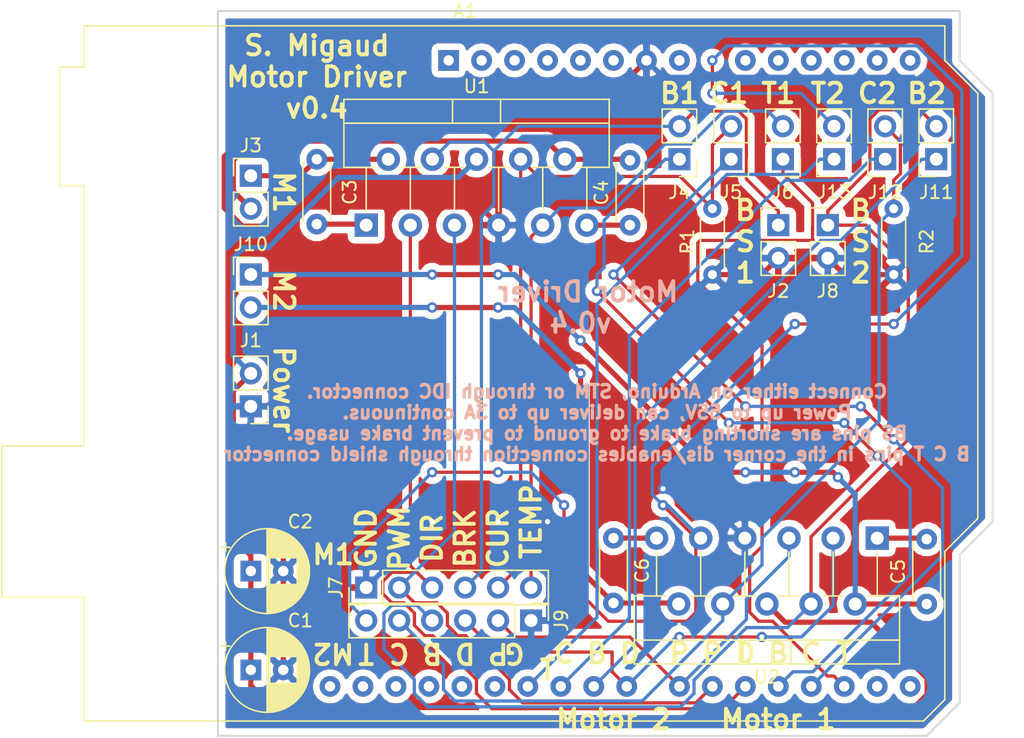
<source format=kicad_pcb>
(kicad_pcb (version 20171130) (host pcbnew "(5.0.0)")
  (layers (0 F.Cu signal) (31 B.Cu signal) (34 B.Paste user) (35 F.Paste user) (36 B.SilkS user) (37 F.SilkS user) (38 B.Mask user) (39 F.Mask user) (44 Edge.Cuts user))
  (net 0 "")
  (net 1 "Net-(A1-Pad32)")
  (net 2 "Net-(A1-Pad31)")
  (net 3 "Net-(A1-Pad1)")
  (net 4 TEMP1)
  (net 5 "Net-(A1-Pad2)")
  (net 6 CUR1)
  (net 7 "Net-(A1-Pad3)")
  (net 8 BRK1)
  (net 9 "Net-(A1-Pad4)")
  (net 10 DIR1)
  (net 11 "Net-(A1-Pad5)")
  (net 12 PWM1)
  (net 13 "Net-(A1-Pad6)")
  (net 14 PWM2)
  (net 15 GND)
  (net 16 DIR2)
  (net 17 "Net-(A1-Pad8)")
  (net 18 BRK2)
  (net 19 "Net-(A1-Pad9)")
  (net 20 CUR2)
  (net 21 "Net-(A1-Pad10)")
  (net 22 TEMP2)
  (net 23 "Net-(A1-Pad11)")
  (net 24 "Net-(A1-Pad27)")
  (net 25 "Net-(A1-Pad12)")
  (net 26 "Net-(A1-Pad28)")
  (net 27 "Net-(A1-Pad13)")
  (net 28 "Net-(A1-Pad29)")
  (net 29 "Net-(A1-Pad14)")
  (net 30 "Net-(A1-Pad30)")
  (net 31 "Net-(A1-Pad15)")
  (net 32 "Net-(A1-Pad16)")
  (net 33 VS)
  (net 34 "Net-(C3-Pad2)")
  (net 35 "Net-(C3-Pad1)")
  (net 36 "Net-(C4-Pad1)")
  (net 37 "Net-(C4-Pad2)")
  (net 38 "Net-(C5-Pad1)")
  (net 39 "Net-(C5-Pad2)")
  (net 40 "Net-(C6-Pad2)")
  (net 41 "Net-(C6-Pad1)")
  (net 42 "Net-(J2-Pad1)")
  (net 43 "Net-(J5-Pad2)")
  (net 44 "Net-(J6-Pad2)")
  (net 45 "Net-(J11-Pad2)")
  (net 46 "Net-(J12-Pad2)")
  (net 47 "Net-(J13-Pad2)")
  (module Capacitor_THT:C_Disc_D4.3mm_W1.9mm_P5.00mm (layer F.Cu) (at 121.92 96.52 90)
    (fp_text reference C5 (at 2.5 -2.2 90) (layer F.SilkS))
    (fp_text value 10nF)
    (pad 1 thru_hole circle (at 0 0 90) (size 1.6 1.6) (drill 0.8) (layers *.Cu *.Mask) (net 38 "Net-(C5-Pad1)"))
    (pad 2 thru_hole circle (at 5 0 90) (size 1.6 1.6) (drill 0.8) (layers *.Cu *.Mask) (net 39 "Net-(C5-Pad2)"))
  )
  (module Module:Arduino_UNO_R3 (layer F.Cu) (at 85.09 54.61)
    (fp_text reference A1 (at 1.27 -3.81 180) (layer F.SilkS))
    (fp_text value Arduino_UNO_R3)
    (pad 32 thru_hole oval (at -9.14 48.26 90) (size 1.6 1.6) (drill 0.8) (layers *.Cu *.Mask) (net 1 "Net-(A1-Pad32)"))
    (pad 31 thru_hole oval (at -6.6 48.26 90) (size 1.6 1.6) (drill 0.8) (layers *.Cu *.Mask) (net 2 "Net-(A1-Pad31)"))
    (pad 1 thru_hole rect (at 0 0 90) (size 1.6 1.6) (drill 0.8) (layers *.Cu *.Mask) (net 3 "Net-(A1-Pad1)"))
    (pad 17 thru_hole oval (at 30.48 48.26 90) (size 1.6 1.6) (drill 0.8) (layers *.Cu *.Mask) (net 4 TEMP1))
    (pad 2 thru_hole oval (at 2.54 0 90) (size 1.6 1.6) (drill 0.8) (layers *.Cu *.Mask) (net 5 "Net-(A1-Pad2)"))
    (pad 18 thru_hole oval (at 27.94 48.26 90) (size 1.6 1.6) (drill 0.8) (layers *.Cu *.Mask) (net 6 CUR1))
    (pad 3 thru_hole oval (at 5.08 0 90) (size 1.6 1.6) (drill 0.8) (layers *.Cu *.Mask) (net 7 "Net-(A1-Pad3)"))
    (pad 19 thru_hole oval (at 25.4 48.26 90) (size 1.6 1.6) (drill 0.8) (layers *.Cu *.Mask) (net 8 BRK1))
    (pad 4 thru_hole oval (at 7.62 0 90) (size 1.6 1.6) (drill 0.8) (layers *.Cu *.Mask) (net 9 "Net-(A1-Pad4)"))
    (pad 20 thru_hole oval (at 22.86 48.26 90) (size 1.6 1.6) (drill 0.8) (layers *.Cu *.Mask) (net 10 DIR1))
    (pad 5 thru_hole oval (at 10.16 0 90) (size 1.6 1.6) (drill 0.8) (layers *.Cu *.Mask) (net 11 "Net-(A1-Pad5)"))
    (pad 21 thru_hole oval (at 20.32 48.26 90) (size 1.6 1.6) (drill 0.8) (layers *.Cu *.Mask) (net 12 PWM1))
    (pad 6 thru_hole oval (at 12.7 0 90) (size 1.6 1.6) (drill 0.8) (layers *.Cu *.Mask) (net 13 "Net-(A1-Pad6)"))
    (pad 22 thru_hole oval (at 17.78 48.26 90) (size 1.6 1.6) (drill 0.8) (layers *.Cu *.Mask) (net 14 PWM2))
    (pad 7 thru_hole oval (at 15.24 0 90) (size 1.6 1.6) (drill 0.8) (layers *.Cu *.Mask) (net 15 GND))
    (pad 23 thru_hole oval (at 13.72 48.26 90) (size 1.6 1.6) (drill 0.8) (layers *.Cu *.Mask) (net 16 DIR2))
    (pad 8 thru_hole oval (at 17.78 0 90) (size 1.6 1.6) (drill 0.8) (layers *.Cu *.Mask) (net 17 "Net-(A1-Pad8)"))
    (pad 24 thru_hole oval (at 11.18 48.26 90) (size 1.6 1.6) (drill 0.8) (layers *.Cu *.Mask) (net 18 BRK2))
    (pad 9 thru_hole oval (at 22.86 0 90) (size 1.6 1.6) (drill 0.8) (layers *.Cu *.Mask) (net 19 "Net-(A1-Pad9)"))
    (pad 25 thru_hole oval (at 8.64 48.26 90) (size 1.6 1.6) (drill 0.8) (layers *.Cu *.Mask) (net 20 CUR2))
    (pad 10 thru_hole oval (at 25.4 0 90) (size 1.6 1.6) (drill 0.8) (layers *.Cu *.Mask) (net 21 "Net-(A1-Pad10)"))
    (pad 26 thru_hole oval (at 6.1 48.26 90) (size 1.6 1.6) (drill 0.8) (layers *.Cu *.Mask) (net 22 TEMP2))
    (pad 11 thru_hole oval (at 27.94 0 90) (size 1.6 1.6) (drill 0.8) (layers *.Cu *.Mask) (net 23 "Net-(A1-Pad11)"))
    (pad 27 thru_hole oval (at 3.56 48.26 90) (size 1.6 1.6) (drill 0.8) (layers *.Cu *.Mask) (net 24 "Net-(A1-Pad27)"))
    (pad 12 thru_hole oval (at 30.48 0 90) (size 1.6 1.6) (drill 0.8) (layers *.Cu *.Mask) (net 25 "Net-(A1-Pad12)"))
    (pad 28 thru_hole oval (at 1.02 48.26 90) (size 1.6 1.6) (drill 0.8) (layers *.Cu *.Mask) (net 26 "Net-(A1-Pad28)"))
    (pad 13 thru_hole oval (at 33.02 0 90) (size 1.6 1.6) (drill 0.8) (layers *.Cu *.Mask) (net 27 "Net-(A1-Pad13)"))
    (pad 29 thru_hole oval (at -1.52 48.26 90) (size 1.6 1.6) (drill 0.8) (layers *.Cu *.Mask) (net 28 "Net-(A1-Pad29)"))
    (pad 14 thru_hole oval (at 35.56 0 90) (size 1.6 1.6) (drill 0.8) (layers *.Cu *.Mask) (net 29 "Net-(A1-Pad14)"))
    (pad 30 thru_hole oval (at -4.06 48.26 90) (size 1.6 1.6) (drill 0.8) (layers *.Cu *.Mask) (net 30 "Net-(A1-Pad30)"))
    (pad 15 thru_hole oval (at 35.56 48.26 90) (size 1.6 1.6) (drill 0.8) (layers *.Cu *.Mask) (net 31 "Net-(A1-Pad15)"))
    (pad 16 thru_hole oval (at 33.02 48.26 90) (size 1.6 1.6) (drill 0.8) (layers *.Cu *.Mask) (net 32 "Net-(A1-Pad16)"))
  )
  (module Capacitor_THT:CP_Radial_D6.3mm_P2.50mm (layer F.Cu) (at 69.85 101.6)
    (fp_text reference C1 (at 3.81 -3.81) (layer F.SilkS))
    (fp_text value 1uF)
    (pad 2 thru_hole circle (at 2.5 0) (size 1.6 1.6) (drill 0.8) (layers *.Cu *.Mask) (net 15 GND))
    (pad 1 thru_hole rect (at 0 0) (size 1.6 1.6) (drill 0.8) (layers *.Cu *.Mask) (net 33 VS))
  )
  (module Capacitor_THT:CP_Radial_D6.3mm_P2.50mm (layer F.Cu) (at 69.85 93.98)
    (fp_text reference C2 (at 3.81 -3.81) (layer F.SilkS))
    (fp_text value 1200uF)
    (pad 1 thru_hole rect (at 0 0) (size 1.6 1.6) (drill 0.8) (layers *.Cu *.Mask) (net 33 VS))
    (pad 2 thru_hole circle (at 2.5 0) (size 1.6 1.6) (drill 0.8) (layers *.Cu *.Mask) (net 15 GND))
  )
  (module Resistor_THT:R_Axial_DIN0204_L3.6mm_D1.6mm_P5.08mm_Horizontal (layer F.Cu) (at 105.41 71.12 90)
    (fp_text reference R1 (at 2.54 -1.92 90) (layer F.SilkS))
    (fp_text value 2.7k)
    (pad 2 thru_hole oval (at 5.08 0 90) (size 1.4 1.4) (drill 0.7) (layers *.Cu *.Mask) (net 43 "Net-(J5-Pad2)"))
    (pad 1 thru_hole circle (at 0 0 90) (size 1.4 1.4) (drill 0.7) (layers *.Cu *.Mask) (net 15 GND))
  )
  (module Resistor_THT:R_Axial_DIN0204_L3.6mm_D1.6mm_P5.08mm_Horizontal (layer F.Cu) (at 119.38 71.12 90)
    (fp_text reference R2 (at 2.54 2.54 90) (layer F.SilkS))
    (fp_text value 2.7k)
    (pad 1 thru_hole circle (at 0 0 90) (size 1.4 1.4) (drill 0.7) (layers *.Cu *.Mask) (net 15 GND))
    (pad 2 thru_hole oval (at 5.08 0 90) (size 1.4 1.4) (drill 0.7) (layers *.Cu *.Mask) (net 46 "Net-(J12-Pad2)"))
  )
  (module Package_TO_SOT_THT:TO-220-11_P3.4x5.08mm_StaggerOdd_Lead4.85mm_Vertical (layer F.Cu) (at 78.74 67.31)
    (fp_text reference U1 (at 8.5 -10.7) (layer F.SilkS))
    (fp_text value LMD18200)
    (pad 1 thru_hole rect (at 0 0) (size 1.8 1.8) (drill 1) (layers *.Cu *.Mask) (net 34 "Net-(C3-Pad2)"))
    (pad 2 thru_hole oval (at 1.7 -5.08) (size 1.8 1.8) (drill 1) (layers *.Cu *.Mask) (net 35 "Net-(C3-Pad1)"))
    (pad 3 thru_hole oval (at 3.4 0) (size 1.8 1.8) (drill 1) (layers *.Cu *.Mask) (net 10 DIR1))
    (pad 4 thru_hole oval (at 5.1 -5.08) (size 1.8 1.8) (drill 1) (layers *.Cu *.Mask) (net 42 "Net-(J2-Pad1)"))
    (pad 5 thru_hole oval (at 6.8 0) (size 1.8 1.8) (drill 1) (layers *.Cu *.Mask) (net 12 PWM1))
    (pad 6 thru_hole oval (at 8.5 -5.08) (size 1.8 1.8) (drill 1) (layers *.Cu *.Mask) (net 33 VS))
    (pad 7 thru_hole oval (at 10.2 0) (size 1.8 1.8) (drill 1) (layers *.Cu *.Mask) (net 15 GND))
    (pad 8 thru_hole oval (at 11.9 -5.08) (size 1.8 1.8) (drill 1) (layers *.Cu *.Mask) (net 43 "Net-(J5-Pad2)"))
    (pad 9 thru_hole oval (at 13.6 0) (size 1.8 1.8) (drill 1) (layers *.Cu *.Mask) (net 44 "Net-(J6-Pad2)"))
    (pad 10 thru_hole oval (at 15.3 -5.08) (size 1.8 1.8) (drill 1) (layers *.Cu *.Mask) (net 37 "Net-(C4-Pad2)"))
    (pad 11 thru_hole oval (at 17 0) (size 1.8 1.8) (drill 1) (layers *.Cu *.Mask) (net 36 "Net-(C4-Pad1)"))
  )
  (module Package_TO_SOT_THT:TO-220-11_P3.4x5.08mm_StaggerOdd_Lead4.85mm_Vertical (layer F.Cu) (at 118.11 91.44 180)
    (fp_text reference U2 (at 8.5 -10.7 180) (layer F.SilkS))
    (fp_text value LMD18200)
    (pad 11 thru_hole oval (at 17 0 180) (size 1.8 1.8) (drill 1) (layers *.Cu *.Mask) (net 41 "Net-(C6-Pad1)"))
    (pad 10 thru_hole oval (at 15.3 -5.08 180) (size 1.8 1.8) (drill 1) (layers *.Cu *.Mask) (net 40 "Net-(C6-Pad2)"))
    (pad 9 thru_hole oval (at 13.6 0 180) (size 1.8 1.8) (drill 1) (layers *.Cu *.Mask) (net 47 "Net-(J13-Pad2)"))
    (pad 8 thru_hole oval (at 11.9 -5.08 180) (size 1.8 1.8) (drill 1) (layers *.Cu *.Mask) (net 46 "Net-(J12-Pad2)"))
    (pad 7 thru_hole oval (at 10.2 0 180) (size 1.8 1.8) (drill 1) (layers *.Cu *.Mask) (net 15 GND))
    (pad 6 thru_hole oval (at 8.5 -5.08 180) (size 1.8 1.8) (drill 1) (layers *.Cu *.Mask) (net 33 VS))
    (pad 5 thru_hole oval (at 6.8 0 180) (size 1.8 1.8) (drill 1) (layers *.Cu *.Mask) (net 14 PWM2))
    (pad 4 thru_hole oval (at 5.1 -5.08 180) (size 1.8 1.8) (drill 1) (layers *.Cu *.Mask) (net 45 "Net-(J11-Pad2)"))
    (pad 3 thru_hole oval (at 3.4 0 180) (size 1.8 1.8) (drill 1) (layers *.Cu *.Mask) (net 16 DIR2))
    (pad 2 thru_hole oval (at 1.7 -5.08 180) (size 1.8 1.8) (drill 1) (layers *.Cu *.Mask) (net 38 "Net-(C5-Pad1)"))
    (pad 1 thru_hole rect (at 0 0 180) (size 1.8 1.8) (drill 1) (layers *.Cu *.Mask) (net 39 "Net-(C5-Pad2)"))
  )
  (module Connector_PinHeader_2.54mm:PinHeader_1x02_P2.54mm_Vertical (layer F.Cu) (at 69.85 81.28 180)
    (fp_text reference J1 (at 0 5.08 180) (layer F.SilkS))
    (fp_text value Screw_Terminal_01x02)
    (pad 2 thru_hole oval (at 0 2.54 180) (size 1.7 1.7) (drill 1) (layers *.Cu *.Mask) (net 33 VS))
    (pad 1 thru_hole rect (at 0 0 180) (size 1.7 1.7) (drill 1) (layers *.Cu *.Mask) (net 15 GND))
  )
  (module Connector_PinHeader_2.54mm:PinHeader_1x02_P2.54mm_Vertical (layer F.Cu) (at 110.49 67.31)
    (fp_text reference J2 (at 0 5.08) (layer F.SilkS))
    (fp_text value Conn_01x02_Male)
    (pad 1 thru_hole rect (at 0 0) (size 1.7 1.7) (drill 1) (layers *.Cu *.Mask) (net 42 "Net-(J2-Pad1)"))
    (pad 2 thru_hole oval (at 0 2.54) (size 1.7 1.7) (drill 1) (layers *.Cu *.Mask) (net 15 GND))
  )
  (module Connector_PinHeader_2.54mm:PinHeader_1x02_P2.54mm_Vertical (layer F.Cu) (at 69.85 63.5)
    (fp_text reference J3 (at 0 -2.33) (layer F.SilkS))
    (fp_text value Screw_Terminal_01x02)
    (pad 2 thru_hole oval (at 0 2.54) (size 1.7 1.7) (drill 1) (layers *.Cu *.Mask) (net 37 "Net-(C4-Pad2)"))
    (pad 1 thru_hole rect (at 0 0) (size 1.7 1.7) (drill 1) (layers *.Cu *.Mask) (net 35 "Net-(C3-Pad1)"))
  )
  (module Connector_PinHeader_2.54mm:PinHeader_1x02_P2.54mm_Vertical (layer F.Cu) (at 102.87 62.23 180)
    (fp_text reference J4 (at 0 -2.54 180) (layer F.SilkS))
    (fp_text value Conn_01x02_Male)
    (pad 1 thru_hole rect (at 0 0 180) (size 1.7 1.7) (drill 1) (layers *.Cu *.Mask) (net 8 BRK1))
    (pad 2 thru_hole oval (at 0 2.54 180) (size 1.7 1.7) (drill 1) (layers *.Cu *.Mask) (net 42 "Net-(J2-Pad1)"))
  )
  (module Connector_PinHeader_2.54mm:PinHeader_1x02_P2.54mm_Vertical (layer F.Cu) (at 106.857416 62.226071 180)
    (fp_text reference J5 (at 0 -2.543929 180) (layer F.SilkS))
    (fp_text value Conn_01x02_Male)
    (pad 2 thru_hole oval (at 0 2.54 180) (size 1.7 1.7) (drill 1) (layers *.Cu *.Mask) (net 43 "Net-(J5-Pad2)"))
    (pad 1 thru_hole rect (at 0 0 180) (size 1.7 1.7) (drill 1) (layers *.Cu *.Mask) (net 6 CUR1))
  )
  (module Connector_PinHeader_2.54mm:PinHeader_1x02_P2.54mm_Vertical (layer F.Cu) (at 110.844832 62.226071 180)
    (fp_text reference J6 (at 0 -2.543929 180) (layer F.SilkS))
    (fp_text value Conn_01x02_Male)
    (pad 1 thru_hole rect (at 0 0 180) (size 1.7 1.7) (drill 1) (layers *.Cu *.Mask) (net 4 TEMP1))
    (pad 2 thru_hole oval (at 0 2.54 180) (size 1.7 1.7) (drill 1) (layers *.Cu *.Mask) (net 44 "Net-(J6-Pad2)"))
  )
  (module Connector_PinHeader_2.54mm:PinHeader_1x06_P2.54mm_Vertical (layer F.Cu) (at 78.74 95.25 90)
    (fp_text reference J7 (at 0 -2.33 90) (layer F.SilkS))
    (fp_text value Conn_01x06_Male)
    (pad 6 thru_hole oval (at 0 12.7 90) (size 1.7 1.7) (drill 1) (layers *.Cu *.Mask) (net 44 "Net-(J6-Pad2)"))
    (pad 5 thru_hole oval (at 0 10.16 90) (size 1.7 1.7) (drill 1) (layers *.Cu *.Mask) (net 43 "Net-(J5-Pad2)"))
    (pad 4 thru_hole oval (at 0 7.62 90) (size 1.7 1.7) (drill 1) (layers *.Cu *.Mask) (net 42 "Net-(J2-Pad1)"))
    (pad 3 thru_hole oval (at 0 5.08 90) (size 1.7 1.7) (drill 1) (layers *.Cu *.Mask) (net 10 DIR1))
    (pad 2 thru_hole oval (at 0 2.54 90) (size 1.7 1.7) (drill 1) (layers *.Cu *.Mask) (net 12 PWM1))
    (pad 1 thru_hole rect (at 0 0 90) (size 1.7 1.7) (drill 1) (layers *.Cu *.Mask) (net 15 GND))
  )
  (module Connector_PinHeader_2.54mm:PinHeader_1x02_P2.54mm_Vertical (layer F.Cu) (at 114.3 67.31)
    (fp_text reference J8 (at 0 5.08) (layer F.SilkS))
    (fp_text value Conn_01x02_Male)
    (pad 1 thru_hole rect (at 0 0) (size 1.7 1.7) (drill 1) (layers *.Cu *.Mask) (net 45 "Net-(J11-Pad2)"))
    (pad 2 thru_hole oval (at 0 2.54) (size 1.7 1.7) (drill 1) (layers *.Cu *.Mask) (net 15 GND))
  )
  (module Connector_PinHeader_2.54mm:PinHeader_1x06_P2.54mm_Vertical (layer F.Cu) (at 91.44 97.79 270)
    (fp_text reference J9 (at 0 -2.33 270) (layer F.SilkS))
    (fp_text value Conn_01x06_Male)
    (pad 1 thru_hole rect (at 0 0 270) (size 1.7 1.7) (drill 1) (layers *.Cu *.Mask) (net 15 GND))
    (pad 2 thru_hole oval (at 0 2.54 270) (size 1.7 1.7) (drill 1) (layers *.Cu *.Mask) (net 14 PWM2))
    (pad 3 thru_hole oval (at 0 5.08 270) (size 1.7 1.7) (drill 1) (layers *.Cu *.Mask) (net 16 DIR2))
    (pad 4 thru_hole oval (at 0 7.62 270) (size 1.7 1.7) (drill 1) (layers *.Cu *.Mask) (net 45 "Net-(J11-Pad2)"))
    (pad 5 thru_hole oval (at 0 10.16 270) (size 1.7 1.7) (drill 1) (layers *.Cu *.Mask) (net 46 "Net-(J12-Pad2)"))
    (pad 6 thru_hole oval (at 0 12.7 270) (size 1.7 1.7) (drill 1) (layers *.Cu *.Mask) (net 47 "Net-(J13-Pad2)"))
  )
  (module Connector_PinHeader_2.54mm:PinHeader_1x02_P2.54mm_Vertical (layer F.Cu) (at 69.85 71.115)
    (fp_text reference J10 (at 0 -2.33) (layer F.SilkS))
    (fp_text value Screw_Terminal_01x02)
    (pad 2 thru_hole oval (at 0 2.54) (size 1.7 1.7) (drill 1) (layers *.Cu *.Mask) (net 40 "Net-(C6-Pad2)"))
    (pad 1 thru_hole rect (at 0 0) (size 1.7 1.7) (drill 1) (layers *.Cu *.Mask) (net 38 "Net-(C5-Pad1)"))
  )
  (module Connector_PinSocket_2.54mm:PinSocket_1x02_P2.54mm_Vertical (layer F.Cu) (at 122.65708 62.226071 180)
    (fp_text reference J11 (at 0 -2.543929 180) (layer F.SilkS))
    (fp_text value Conn_01x02_Male)
    (pad 1 thru_hole rect (at 0 0 180) (size 1.7 1.7) (drill 1) (layers *.Cu *.Mask) (net 18 BRK2))
    (pad 2 thru_hole oval (at 0 2.54 180) (size 1.7 1.7) (drill 1) (layers *.Cu *.Mask) (net 45 "Net-(J11-Pad2)"))
  )
  (module Connector_PinSocket_2.54mm:PinSocket_1x02_P2.54mm_Vertical (layer F.Cu) (at 118.719664 62.226071 180)
    (fp_text reference J12 (at 0 -2.543929 180) (layer F.SilkS))
    (fp_text value Conn_01x02_Male)
    (pad 2 thru_hole oval (at 0 2.54 180) (size 1.7 1.7) (drill 1) (layers *.Cu *.Mask) (net 46 "Net-(J12-Pad2)"))
    (pad 1 thru_hole rect (at 0 0 180) (size 1.7 1.7) (drill 1) (layers *.Cu *.Mask) (net 20 CUR2))
  )
  (module Connector_PinSocket_2.54mm:PinSocket_1x02_P2.54mm_Vertical (layer F.Cu) (at 114.782248 62.226071 180)
    (fp_text reference J13 (at 0 -2.543929 180) (layer F.SilkS))
    (fp_text value Conn_01x02_Male)
    (pad 1 thru_hole rect (at 0 0 180) (size 1.7 1.7) (drill 1) (layers *.Cu *.Mask) (net 22 TEMP2))
    (pad 2 thru_hole oval (at 0 2.54 180) (size 1.7 1.7) (drill 1) (layers *.Cu *.Mask) (net 47 "Net-(J13-Pad2)"))
  )
  (module Capacitor_THT:C_Disc_D4.3mm_W1.9mm_P5.00mm (layer F.Cu) (at 74.93 62.23 270)
    (fp_text reference C3 (at 2.54 -2.54 270) (layer F.SilkS))
    (fp_text value 10nF)
    (pad 2 thru_hole circle (at 5 0 270) (size 1.6 1.6) (drill 0.8) (layers *.Cu *.Mask) (net 34 "Net-(C3-Pad2)"))
    (pad 1 thru_hole circle (at 0 0 270) (size 1.6 1.6) (drill 0.8) (layers *.Cu *.Mask) (net 35 "Net-(C3-Pad1)"))
  )
  (module Capacitor_THT:C_Disc_D4.3mm_W1.9mm_P5.00mm (layer F.Cu) (at 99.06 67.31 90)
    (fp_text reference C4 (at 2.5 -2.2 90) (layer F.SilkS))
    (fp_text value 10nF)
    (pad 1 thru_hole circle (at 0 0 90) (size 1.6 1.6) (drill 0.8) (layers *.Cu *.Mask) (net 36 "Net-(C4-Pad1)"))
    (pad 2 thru_hole circle (at 5 0 90) (size 1.6 1.6) (drill 0.8) (layers *.Cu *.Mask) (net 37 "Net-(C4-Pad2)"))
  )
  (module Capacitor_THT:C_Disc_D4.3mm_W1.9mm_P5.00mm (layer F.Cu) (at 97.79 91.44 270)
    (fp_text reference C6 (at 2.5 -2.2 270) (layer F.SilkS))
    (fp_text value 10nF)
    (pad 2 thru_hole circle (at 5 0 270) (size 1.6 1.6) (drill 0.8) (layers *.Cu *.Mask) (net 40 "Net-(C6-Pad2)"))
    (pad 1 thru_hole circle (at 0 0 270) (size 1.6 1.6) (drill 0.8) (layers *.Cu *.Mask) (net 41 "Net-(C6-Pad1)"))
  )
  (gr_text "Motor Driver \nv0.4" (at 95.25 73.66) (layer B.SilkS) (effects (font (size 1.5 1.5) (thickness 0.3)) (justify mirror)))
  (gr_text "Connect either on Arduino, STM or through IDC connector.\nPower up to 55V, can deliver up to 3A continuous.\nBS pins are shorting brake to ground to prevent brake usage.\nB C T pins in the corner dis/enables connection through shield connector" (at 96.52 82.55) (layer B.SilkS) (effects (font (size 1 1) (thickness 0.25)) (justify mirror)))
  (gr_text "B\nS\n2" (at 116.84 68.58) (layer F.SilkS) (effects (font (size 1.5 1.5) (thickness 0.3))))
  (gr_text "B\nS\n1" (at 107.95 68.58) (layer F.SilkS) (effects (font (size 1.5 1.5) (thickness 0.3))))
  (gr_text B2 (at 121.92 57.15) (layer F.SilkS) (effects (font (size 1.5 1.5) (thickness 0.3))))
  (gr_text C2 (at 118.11 57.15) (layer F.SilkS) (effects (font (size 1.5 1.5) (thickness 0.3))))
  (gr_text T2 (at 114.3 57.15) (layer F.SilkS) (effects (font (size 1.5 1.5) (thickness 0.3))))
  (gr_text T1 (at 110.49 57.15) (layer F.SilkS) (effects (font (size 1.5 1.5) (thickness 0.3))))
  (gr_text C1 (at 106.68 57.15) (layer F.SilkS) (effects (font (size 1.5 1.5) (thickness 0.3))))
  (gr_text B1 (at 102.87 57.15) (layer F.SilkS) (effects (font (size 1.5 1.5) (thickness 0.3))))
  (gr_text "Motor 2" (at 97.79 105.41) (layer F.SilkS) (effects (font (size 1.5 1.5) (thickness 0.3))))
  (gr_text "Motor 1" (at 110.49 105.41) (layer F.SilkS) (effects (font (size 1.5 1.5) (thickness 0.3))))
  (gr_text T (at 115.57 100.33) (layer F.SilkS) (effects (font (size 1.5 1.5) (thickness 0.3))))
  (gr_text C (at 113.03 100.33) (layer F.SilkS) (effects (font (size 1.5 1.5) (thickness 0.3))))
  (gr_text B (at 110.49 100.33) (layer F.SilkS) (effects (font (size 1.5 1.5) (thickness 0.3))))
  (gr_text D (at 107.95 100.33) (layer F.SilkS) (effects (font (size 1.5 1.5) (thickness 0.3))))
  (gr_text P (at 105.41 100.33) (layer F.SilkS) (effects (font (size 1.5 1.5) (thickness 0.3))))
  (gr_text P (at 102.87 100.33) (layer F.SilkS) (effects (font (size 1.5 1.5) (thickness 0.3))))
  (gr_text D (at 99.06 100.33) (layer F.SilkS) (effects (font (size 1.5 1.5) (thickness 0.3))))
  (gr_text B (at 96.52 100.33) (layer F.SilkS) (effects (font (size 1.5 1.5) (thickness 0.3))))
  (gr_text "C\n" (at 93.98 100.33) (layer F.SilkS) (effects (font (size 1.5 1.5) (thickness 0.3))))
  (gr_text T (at 92.71 101.6) (layer F.SilkS) (effects (font (size 1.5 1.5) (thickness 0.3))))
  (gr_text T (at 78.74 100.33 180) (layer F.SilkS) (effects (font (size 1.5 1.5) (thickness 0.3))))
  (gr_text C (at 81.28 100.33 180) (layer F.SilkS) (effects (font (size 1.5 1.5) (thickness 0.3))))
  (gr_text B (at 83.82 100.33 180) (layer F.SilkS) (effects (font (size 1.5 1.5) (thickness 0.3))))
  (gr_text D (at 86.36 100.33 180) (layer F.SilkS) (effects (font (size 1.5 1.5) (thickness 0.3))))
  (gr_text P (at 88.9 100.33 180) (layer F.SilkS) (effects (font (size 1.5 1.5) (thickness 0.3))))
  (gr_text "G\n" (at 90.17 100.33 180) (layer F.SilkS) (effects (font (size 1.5 1.5) (thickness 0.3))))
  (gr_text TEMP (at 91.44 90.17 90) (layer F.SilkS) (effects (font (size 1.5 1.5) (thickness 0.3))))
  (gr_text CUR (at 88.9 91.44 90) (layer F.SilkS) (effects (font (size 1.5 1.5) (thickness 0.3))))
  (gr_text BRK (at 86.36 91.44 90) (layer F.SilkS) (effects (font (size 1.5 1.5) (thickness 0.3))))
  (gr_text DIR (at 83.82 91.44 90) (layer F.SilkS) (effects (font (size 1.5 1.5) (thickness 0.3))))
  (gr_text PWM (at 81.28 91.44 90) (layer F.SilkS) (effects (font (size 1.5 1.5) (thickness 0.3))))
  (gr_text GND (at 78.74 91.44 90) (layer F.SilkS) (effects (font (size 1.5 1.5) (thickness 0.3))))
  (gr_text M2 (at 76.2 100.33 180) (layer F.SilkS) (effects (font (size 1.5 1.5) (thickness 0.3))))
  (gr_text "M1\n" (at 76.2 92.71) (layer F.SilkS) (effects (font (size 1.5 1.5) (thickness 0.3))))
  (gr_text Power (at 72.39 80.01 270) (layer F.SilkS) (effects (font (size 1.5 1.5) (thickness 0.3))))
  (gr_text "M2\n" (at 72.39 72.39 270) (layer F.SilkS) (effects (font (size 1.5 1.5) (thickness 0.3))))
  (gr_text M1 (at 72.39 64.77 270) (layer F.SilkS) (effects (font (size 1.5 1.5) (thickness 0.3))))
  (gr_text "S. Migaud\nMotor Driver\nv0.4" (at 74.93 55.88) (layer F.SilkS) (effects (font (size 1.5 1.5) (thickness 0.3))))
  (gr_line (start 67.31 106.68) (end 67.31 50.8) (layer Edge.Cuts) (width 0.15))
  (gr_line (start 121.92 106.68) (end 67.31 106.68) (layer Edge.Cuts) (width 0.15))
  (gr_line (start 124.46 104.14) (end 121.92 106.68) (layer Edge.Cuts) (width 0.15))
  (gr_line (start 124.46 92.71) (end 124.46 104.14) (layer Edge.Cuts) (width 0.15))
  (gr_line (start 127 90.17) (end 124.46 92.71) (layer Edge.Cuts) (width 0.15))
  (gr_line (start 127 57.15) (end 127 90.17) (layer Edge.Cuts) (width 0.15))
  (gr_line (start 124.46 54.61) (end 127 57.15) (layer Edge.Cuts) (width 0.15))
  (gr_line (start 124.46 50.8) (end 124.46 54.61) (layer Edge.Cuts) (width 0.15))
  (gr_line (start 67.31 50.8) (end 124.46 50.8) (layer Edge.Cuts) (width 0.15))
  (segment (start 110.844832 63.326071) (end 110.844832 62.226071) (width 0.25) (layer F.Cu) (net 4))
  (segment (start 113.124999 65.606238) (end 110.844832 63.326071) (width 0.25) (layer F.Cu) (net 4))
  (segment (start 113.124999 68.420001) (end 113.124999 65.606238) (width 0.25) (layer F.Cu) (net 4))
  (segment (start 113.189999 68.485001) (end 113.124999 68.420001) (width 0.25) (layer F.Cu) (net 4))
  (segment (start 104.482001 68.485001) (end 113.189999 68.485001) (width 0.25) (layer F.Cu) (net 4))
  (segment (start 104.284999 68.682003) (end 104.482001 68.485001) (width 0.25) (layer F.Cu) (net 4))
  (segment (start 104.284999 71.660001) (end 104.284999 68.682003) (width 0.25) (layer F.Cu) (net 4))
  (segment (start 109.235001 76.610003) (end 104.284999 71.660001) (width 0.25) (layer F.Cu) (net 4))
  (segment (start 109.235001 92.076001) (end 109.235001 76.610003) (width 0.25) (layer F.Cu) (net 4))
  (segment (start 108.284999 93.026003) (end 109.235001 92.076001) (width 0.25) (layer F.Cu) (net 4))
  (segment (start 108.284999 97.156001) (end 108.284999 93.026003) (width 0.25) (layer F.Cu) (net 4))
  (segment (start 108.973999 97.845001) (end 108.284999 97.156001) (width 0.25) (layer F.Cu) (net 4))
  (segment (start 110.051105 97.845001) (end 108.973999 97.845001) (width 0.25) (layer F.Cu) (net 4))
  (segment (start 114.276105 102.070001) (end 110.051105 97.845001) (width 0.25) (layer F.Cu) (net 4))
  (segment (start 114.770001 102.070001) (end 114.276105 102.070001) (width 0.25) (layer F.Cu) (net 4))
  (segment (start 115.57 102.87) (end 114.770001 102.070001) (width 0.25) (layer F.Cu) (net 4))
  (segment (start 106.857416 62.226071) (end 106.683929 62.226071) (width 0.25) (layer B.Cu) (net 6))
  (via (at 97.788846 71.118846) (size 0.8) (drill 0.4) (layers F.Cu B.Cu) (net 6))
  (segment (start 97.79 71.12) (end 97.788846 71.118846) (width 0.25) (layer B.Cu) (net 6))
  (segment (start 106.683929 62.226071) (end 97.788846 71.118846) (width 0.25) (layer B.Cu) (net 6))
  (segment (start 97.788846 71.118846) (end 107.95 81.28) (width 0.25) (layer F.Cu) (net 6))
  (via (at 107.95 81.28) (size 0.8) (drill 0.4) (layers F.Cu B.Cu) (net 6))
  (via (at 116.84 81.28) (size 0.8) (drill 0.4) (layers F.Cu B.Cu) (net 6))
  (segment (start 107.95 81.28) (end 116.84 81.28) (width 0.25) (layer B.Cu) (net 6))
  (via (at 119.38 83.82) (size 0.8) (drill 0.4) (layers F.Cu B.Cu) (net 6))
  (segment (start 116.84 81.28) (end 119.38 83.82) (width 0.25) (layer F.Cu) (net 6))
  (segment (start 113.829999 102.070001) (end 113.03 102.87) (width 0.25) (layer B.Cu) (net 6))
  (segment (start 123.145001 92.754999) (end 113.829999 102.070001) (width 0.25) (layer B.Cu) (net 6))
  (segment (start 123.145001 87.585001) (end 123.145001 92.754999) (width 0.25) (layer B.Cu) (net 6))
  (segment (start 119.38 83.82) (end 123.145001 87.585001) (width 0.25) (layer B.Cu) (net 6))
  (segment (start 97.065001 66.934999) (end 97.065001 69.304999) (width 0.25) (layer B.Cu) (net 8))
  (segment (start 102.87 62.23) (end 101.77 62.23) (width 0.25) (layer B.Cu) (net 8))
  (segment (start 101.77 62.23) (end 97.065001 66.934999) (width 0.25) (layer B.Cu) (net 8))
  (segment (start 97.065001 69.304999) (end 97.065001 70.574999) (width 0.25) (layer B.Cu) (net 8))
  (via (at 96.518846 72.388846) (size 0.8) (drill 0.4) (layers F.Cu B.Cu) (net 8))
  (segment (start 96.518846 71.315844) (end 96.518846 72.388846) (width 0.25) (layer B.Cu) (net 8))
  (segment (start 97.065001 70.574999) (end 96.518846 71.121154) (width 0.25) (layer B.Cu) (net 8))
  (segment (start 96.518846 71.121154) (end 96.518846 71.315844) (width 0.25) (layer B.Cu) (net 8))
  (via (at 106.68 82.55) (size 0.8) (drill 0.4) (layers F.Cu B.Cu) (net 8))
  (segment (start 96.518846 72.388846) (end 106.68 82.55) (width 0.25) (layer F.Cu) (net 8))
  (via (at 115.57 82.55) (size 0.8) (drill 0.4) (layers F.Cu B.Cu) (net 8))
  (segment (start 106.68 82.55) (end 115.57 82.55) (width 0.25) (layer B.Cu) (net 8))
  (via (at 118.11 85.09) (size 0.8) (drill 0.4) (layers F.Cu B.Cu) (net 8))
  (segment (start 115.57 82.55) (end 118.11 85.09) (width 0.25) (layer F.Cu) (net 8))
  (segment (start 111.289999 102.070001) (end 110.49 102.87) (width 0.25) (layer B.Cu) (net 8))
  (segment (start 111.615001 101.744999) (end 111.289999 102.070001) (width 0.25) (layer B.Cu) (net 8))
  (segment (start 113.146003 101.744999) (end 111.615001 101.744999) (width 0.25) (layer B.Cu) (net 8))
  (segment (start 120.65 94.241002) (end 113.146003 101.744999) (width 0.25) (layer B.Cu) (net 8))
  (segment (start 120.65 87.63) (end 120.65 94.241002) (width 0.25) (layer B.Cu) (net 8))
  (segment (start 118.11 85.09) (end 120.65 87.63) (width 0.25) (layer B.Cu) (net 8))
  (segment (start 82.970001 94.400001) (end 83.82 95.25) (width 0.25) (layer F.Cu) (net 10))
  (segment (start 82.644999 94.074999) (end 82.970001 94.400001) (width 0.25) (layer F.Cu) (net 10))
  (segment (start 80.715999 94.074999) (end 82.644999 94.074999) (width 0.25) (layer F.Cu) (net 10))
  (segment (start 80.015001 94.775997) (end 80.715999 94.074999) (width 0.25) (layer F.Cu) (net 10))
  (segment (start 80.015001 95.724003) (end 80.015001 94.775997) (width 0.25) (layer F.Cu) (net 10))
  (segment (start 80.715999 96.425001) (end 80.015001 95.724003) (width 0.25) (layer F.Cu) (net 10))
  (segment (start 81.654003 96.425001) (end 80.715999 96.425001) (width 0.25) (layer F.Cu) (net 10))
  (segment (start 82.455001 97.225999) (end 81.654003 96.425001) (width 0.25) (layer F.Cu) (net 10))
  (segment (start 82.455001 98.164003) (end 82.455001 97.225999) (width 0.25) (layer F.Cu) (net 10))
  (segment (start 83.255999 98.965001) (end 82.455001 98.164003) (width 0.25) (layer F.Cu) (net 10))
  (segment (start 83.870003 98.965001) (end 83.255999 98.965001) (width 0.25) (layer F.Cu) (net 10))
  (segment (start 87.235001 102.329999) (end 83.870003 98.965001) (width 0.25) (layer F.Cu) (net 10))
  (segment (start 87.235001 103.410001) (end 87.235001 102.329999) (width 0.25) (layer F.Cu) (net 10))
  (segment (start 88.41501 104.59001) (end 87.235001 103.410001) (width 0.25) (layer F.Cu) (net 10))
  (segment (start 106.22999 104.59001) (end 88.41501 104.59001) (width 0.25) (layer F.Cu) (net 10))
  (segment (start 107.95 102.87) (end 106.22999 104.59001) (width 0.25) (layer F.Cu) (net 10))
  (segment (start 82.14 93.57) (end 82.644999 94.074999) (width 0.25) (layer F.Cu) (net 10))
  (segment (start 82.14 67.31) (end 82.14 93.57) (width 0.25) (layer F.Cu) (net 10))
  (segment (start 82.129999 96.099999) (end 81.28 95.25) (width 0.25) (layer F.Cu) (net 12))
  (segment (start 82.455001 96.425001) (end 82.129999 96.099999) (width 0.25) (layer F.Cu) (net 12))
  (segment (start 84.194003 96.425001) (end 82.455001 96.425001) (width 0.25) (layer F.Cu) (net 12))
  (segment (start 84.995001 97.225999) (end 84.194003 96.425001) (width 0.25) (layer F.Cu) (net 12))
  (segment (start 84.995001 98.164003) (end 84.995001 97.225999) (width 0.25) (layer F.Cu) (net 12))
  (segment (start 85.795999 98.965001) (end 84.995001 98.164003) (width 0.25) (layer F.Cu) (net 12))
  (segment (start 86.410003 98.965001) (end 85.795999 98.965001) (width 0.25) (layer F.Cu) (net 12))
  (segment (start 89.775001 102.329999) (end 86.410003 98.965001) (width 0.25) (layer F.Cu) (net 12))
  (segment (start 89.775001 103.120003) (end 89.775001 102.329999) (width 0.25) (layer F.Cu) (net 12))
  (segment (start 90.794998 104.14) (end 89.775001 103.120003) (width 0.25) (layer F.Cu) (net 12))
  (segment (start 104.14 104.14) (end 90.794998 104.14) (width 0.25) (layer F.Cu) (net 12))
  (segment (start 105.41 102.87) (end 104.14 104.14) (width 0.25) (layer F.Cu) (net 12))
  (segment (start 85.54 90.99) (end 81.28 95.25) (width 0.25) (layer B.Cu) (net 12))
  (segment (start 85.54 67.31) (end 85.54 90.99) (width 0.25) (layer B.Cu) (net 12))
  (segment (start 89.749999 98.639999) (end 88.9 97.79) (width 0.25) (layer F.Cu) (net 14))
  (segment (start 90.175001 99.065001) (end 89.749999 98.639999) (width 0.25) (layer F.Cu) (net 14))
  (segment (start 99.065001 99.065001) (end 90.175001 99.065001) (width 0.25) (layer F.Cu) (net 14))
  (segment (start 102.87 102.87) (end 99.065001 99.065001) (width 0.25) (layer F.Cu) (net 14))
  (segment (start 111.31 92.712792) (end 111.31 91.44) (width 0.25) (layer B.Cu) (net 14))
  (segment (start 111.31 92.858998) (end 111.31 92.712792) (width 0.25) (layer B.Cu) (net 14))
  (segment (start 108.033205 96.135793) (end 111.31 92.858998) (width 0.25) (layer B.Cu) (net 14))
  (segment (start 108.033205 97.706795) (end 108.033205 96.135793) (width 0.25) (layer B.Cu) (net 14))
  (segment (start 102.87 102.87) (end 108.033205 97.706795) (width 0.25) (layer B.Cu) (net 14))
  (segment (start 72.35 101.6) (end 72.35 93.98) (width 0.4) (layer F.Cu) (net 15))
  (segment (start 72.35 82.53) (end 71.1 81.28) (width 0.4) (layer F.Cu) (net 15))
  (segment (start 72.35 93.98) (end 72.35 82.53) (width 0.4) (layer F.Cu) (net 15))
  (segment (start 88.040001 66.410001) (end 88.94 67.31) (width 0.4) (layer F.Cu) (net 15))
  (segment (start 87.539999 65.909999) (end 88.040001 66.410001) (width 0.4) (layer F.Cu) (net 15))
  (segment (start 74.325999 65.909999) (end 87.539999 65.909999) (width 0.4) (layer F.Cu) (net 15))
  (segment (start 72.845997 67.390001) (end 74.325999 65.909999) (width 0.4) (layer F.Cu) (net 15))
  (segment (start 67.799989 65.987991) (end 69.201999 67.390001) (width 0.4) (layer F.Cu) (net 15))
  (segment (start 67.799989 62.020048) (end 67.799989 65.987991) (width 0.4) (layer F.Cu) (net 15))
  (segment (start 70.130037 59.69) (end 67.799989 62.020048) (width 0.4) (layer F.Cu) (net 15))
  (segment (start 95.25 59.69) (end 70.130037 59.69) (width 0.4) (layer F.Cu) (net 15))
  (segment (start 100.33 54.61) (end 95.25 59.69) (width 0.4) (layer F.Cu) (net 15))
  (segment (start 72.39 79.99) (end 72.39 67.390001) (width 0.4) (layer F.Cu) (net 15))
  (segment (start 71.1 81.28) (end 72.39 79.99) (width 0.4) (layer F.Cu) (net 15))
  (segment (start 69.85 81.28) (end 71.1 81.28) (width 0.4) (layer F.Cu) (net 15))
  (segment (start 69.201999 67.390001) (end 72.39 67.390001) (width 0.4) (layer F.Cu) (net 15))
  (segment (start 72.39 67.390001) (end 72.845997 67.390001) (width 0.4) (layer F.Cu) (net 15))
  (segment (start 109.22 71.12) (end 110.49 69.85) (width 0.4) (layer F.Cu) (net 15))
  (segment (start 105.41 71.12) (end 109.22 71.12) (width 0.4) (layer F.Cu) (net 15))
  (segment (start 110.49 69.85) (end 114.3 69.85) (width 0.4) (layer F.Cu) (net 15))
  (segment (start 115.57 71.12) (end 114.3 69.85) (width 0.4) (layer F.Cu) (net 15))
  (segment (start 119.38 71.12) (end 115.57 71.12) (width 0.4) (layer F.Cu) (net 15))
  (segment (start 101.129999 55.409999) (end 100.33 54.61) (width 0.4) (layer B.Cu) (net 15))
  (segment (start 101.630001 55.910001) (end 101.129999 55.409999) (width 0.4) (layer B.Cu) (net 15))
  (segment (start 120.879012 55.910001) (end 101.630001 55.910001) (width 0.4) (layer B.Cu) (net 15))
  (segment (start 124.007081 59.03807) (end 120.879012 55.910001) (width 0.4) (layer B.Cu) (net 15))
  (segment (start 124.007081 66.492919) (end 124.007081 59.03807) (width 0.4) (layer B.Cu) (net 15))
  (segment (start 119.38 71.12) (end 124.007081 66.492919) (width 0.4) (layer B.Cu) (net 15))
  (segment (start 73.62 95.25) (end 72.35 93.98) (width 0.4) (layer F.Cu) (net 15))
  (segment (start 78.74 95.25) (end 73.62 95.25) (width 0.4) (layer F.Cu) (net 15))
  (via (at 88.9 90.17) (size 0.8) (drill 0.4) (layers F.Cu B.Cu) (net 15))
  (segment (start 92.790001 97.689999) (end 92.790001 94.060001) (width 0.4) (layer B.Cu) (net 15))
  (segment (start 91.44 97.79) (end 92.69 97.79) (width 0.4) (layer B.Cu) (net 15))
  (segment (start 92.69 97.79) (end 92.790001 97.689999) (width 0.4) (layer B.Cu) (net 15))
  (segment (start 88.9 90.17) (end 83.82 90.17) (width 0.4) (layer F.Cu) (net 15))
  (via (at 83.82 90.17) (size 0.8) (drill 0.4) (layers F.Cu B.Cu) (net 15))
  (segment (start 83.82 90.17) (end 78.74 95.25) (width 0.4) (layer B.Cu) (net 15))
  (via (at 101.6 87.63) (size 0.8) (drill 0.4) (layers F.Cu B.Cu) (net 15))
  (segment (start 107.91 91.44) (end 104.1 87.63) (width 0.4) (layer B.Cu) (net 15))
  (segment (start 104.1 87.63) (end 101.6 87.63) (width 0.4) (layer B.Cu) (net 15))
  (via (at 92.71 90.17) (size 0.8) (drill 0.4) (layers F.Cu B.Cu) (net 15))
  (segment (start 92.71 79.947998) (end 92.71 90.17) (width 0.4) (layer F.Cu) (net 15))
  (segment (start 94.817999 77.839999) (end 92.71 79.947998) (width 0.4) (layer F.Cu) (net 15))
  (segment (start 95.682001 77.839999) (end 94.817999 77.839999) (width 0.4) (layer F.Cu) (net 15))
  (segment (start 101.6 87.63) (end 101.6 83.757998) (width 0.4) (layer F.Cu) (net 15))
  (segment (start 101.6 83.757998) (end 95.682001 77.839999) (width 0.4) (layer F.Cu) (net 15))
  (segment (start 92.71 91.44) (end 91.44 92.71) (width 0.4) (layer B.Cu) (net 15))
  (segment (start 92.71 90.17) (end 92.71 91.44) (width 0.4) (layer B.Cu) (net 15))
  (segment (start 92.790001 94.060001) (end 91.44 92.71) (width 0.4) (layer B.Cu) (net 15))
  (segment (start 91.44 92.71) (end 88.9 90.17) (width 0.4) (layer B.Cu) (net 15))
  (segment (start 97.684999 101.744999) (end 97.684999 100.224999) (width 0.25) (layer F.Cu) (net 16))
  (segment (start 98.81 102.87) (end 97.684999 101.744999) (width 0.25) (layer F.Cu) (net 16))
  (segment (start 88.794999 100.224999) (end 86.36 97.79) (width 0.25) (layer F.Cu) (net 16))
  (segment (start 97.684999 100.224999) (end 88.794999 100.224999) (width 0.25) (layer F.Cu) (net 16))
  (via (at 102.87 99.06) (size 0.8) (drill 0.4) (layers F.Cu B.Cu) (net 16))
  (segment (start 98.81 102.87) (end 102.62 99.06) (width 0.25) (layer B.Cu) (net 16))
  (segment (start 102.62 99.06) (end 102.87 99.06) (width 0.25) (layer B.Cu) (net 16))
  (segment (start 102.87 99.06) (end 109.22 99.06) (width 0.25) (layer F.Cu) (net 16))
  (via (at 109.22 99.06) (size 0.8) (drill 0.4) (layers F.Cu B.Cu) (net 16))
  (segment (start 114.71 92.712792) (end 114.71 91.44) (width 0.25) (layer B.Cu) (net 16))
  (segment (start 114.71 96.633002) (end 114.71 92.712792) (width 0.25) (layer B.Cu) (net 16))
  (segment (start 112.283002 99.06) (end 114.71 96.633002) (width 0.25) (layer B.Cu) (net 16))
  (segment (start 109.22 99.06) (end 112.283002 99.06) (width 0.25) (layer B.Cu) (net 16))
  (segment (start 121.55708 62.226071) (end 122.65708 62.226071) (width 0.25) (layer B.Cu) (net 18))
  (segment (start 115.29815 68.485001) (end 121.55708 62.226071) (width 0.25) (layer B.Cu) (net 18))
  (segment (start 113.742001 68.485001) (end 115.29815 68.485001) (width 0.25) (layer B.Cu) (net 18))
  (segment (start 99.465011 82.761991) (end 113.742001 68.485001) (width 0.25) (layer B.Cu) (net 18))
  (segment (start 99.465011 99.674989) (end 99.465011 82.761991) (width 0.25) (layer B.Cu) (net 18))
  (segment (start 96.27 102.87) (end 99.465011 99.674989) (width 0.25) (layer B.Cu) (net 18))
  (segment (start 117.619664 62.226071) (end 118.719664 62.226071) (width 0.25) (layer B.Cu) (net 20))
  (segment (start 115.994653 63.851082) (end 117.619664 62.226071) (width 0.25) (layer B.Cu) (net 20))
  (segment (start 111.013916 63.851082) (end 115.994653 63.851082) (width 0.25) (layer B.Cu) (net 20))
  (segment (start 99.015001 75.849997) (end 111.013916 63.851082) (width 0.25) (layer B.Cu) (net 20))
  (segment (start 99.015001 97.584999) (end 99.015001 75.849997) (width 0.25) (layer B.Cu) (net 20))
  (segment (start 93.73 102.87) (end 99.015001 97.584999) (width 0.25) (layer B.Cu) (net 20))
  (segment (start 96.52 97.54) (end 91.19 102.87) (width 0.25) (layer B.Cu) (net 22))
  (segment (start 96.52 73.412998) (end 96.52 97.54) (width 0.25) (layer B.Cu) (net 22))
  (segment (start 106.531926 63.401072) (end 96.52 73.412998) (width 0.25) (layer B.Cu) (net 22))
  (segment (start 112.507247 63.401072) (end 106.531926 63.401072) (width 0.25) (layer B.Cu) (net 22))
  (segment (start 114.782248 62.226071) (end 113.682248 62.226071) (width 0.25) (layer B.Cu) (net 22))
  (segment (start 113.682248 62.226071) (end 112.507247 63.401072) (width 0.25) (layer B.Cu) (net 22))
  (segment (start 69.85 101.6) (end 69.85 93.98) (width 0.4) (layer F.Cu) (net 33))
  (segment (start 69.000001 79.589999) (end 69.85 78.74) (width 0.4) (layer F.Cu) (net 33))
  (segment (start 68.499999 80.090001) (end 69.000001 79.589999) (width 0.4) (layer F.Cu) (net 33))
  (segment (start 68.499999 91.429999) (end 68.499999 80.090001) (width 0.4) (layer F.Cu) (net 33))
  (segment (start 69.85 92.78) (end 68.499999 91.429999) (width 0.4) (layer F.Cu) (net 33))
  (segment (start 69.85 93.98) (end 69.85 92.78) (width 0.4) (layer F.Cu) (net 33))
  (segment (start 110.509999 97.419999) (end 109.61 96.52) (width 0.4) (layer F.Cu) (net 33))
  (segment (start 111.010001 97.920001) (end 110.509999 97.419999) (width 0.4) (layer F.Cu) (net 33))
  (segment (start 117.624003 97.920001) (end 111.010001 97.920001) (width 0.4) (layer F.Cu) (net 33))
  (segment (start 121.950001 102.245999) (end 117.624003 97.920001) (width 0.4) (layer F.Cu) (net 33))
  (segment (start 121.950001 103.494001) (end 121.950001 102.245999) (width 0.4) (layer F.Cu) (net 33))
  (segment (start 120.034002 105.41) (end 121.950001 103.494001) (width 0.4) (layer F.Cu) (net 33))
  (segment (start 72.46 105.41) (end 120.034002 105.41) (width 0.4) (layer F.Cu) (net 33))
  (segment (start 69.85 102.8) (end 72.46 105.41) (width 0.4) (layer F.Cu) (net 33))
  (segment (start 69.85 101.6) (end 69.85 102.8) (width 0.4) (layer F.Cu) (net 33))
  (segment (start 69.000001 77.890001) (end 69.85 78.74) (width 0.4) (layer B.Cu) (net 33))
  (segment (start 68.499999 77.389999) (end 69.000001 77.890001) (width 0.4) (layer B.Cu) (net 33))
  (segment (start 87.24 62.23) (end 85.839999 63.630001) (width 0.4) (layer B.Cu) (net 33))
  (segment (start 76.605997 63.630001) (end 71.200001 69.035997) (width 0.4) (layer B.Cu) (net 33))
  (segment (start 71.200001 69.035997) (end 69.329001 69.035997) (width 0.4) (layer B.Cu) (net 33))
  (segment (start 69.329001 69.035997) (end 68.499999 69.864999) (width 0.4) (layer B.Cu) (net 33))
  (segment (start 85.839999 63.630001) (end 76.605997 63.630001) (width 0.4) (layer B.Cu) (net 33))
  (segment (start 68.499999 69.864999) (end 68.499999 77.389999) (width 0.4) (layer B.Cu) (net 33))
  (segment (start 78.66 67.23) (end 78.74 67.31) (width 0.4) (layer F.Cu) (net 34))
  (segment (start 74.93 67.23) (end 78.66 67.23) (width 0.4) (layer F.Cu) (net 34))
  (segment (start 73.66 63.5) (end 74.93 62.23) (width 0.4) (layer F.Cu) (net 35))
  (segment (start 69.85 63.5) (end 73.66 63.5) (width 0.4) (layer F.Cu) (net 35))
  (segment (start 74.93 62.23) (end 80.44 62.23) (width 0.4) (layer F.Cu) (net 35))
  (segment (start 95.74 67.31) (end 99.06 67.31) (width 0.4) (layer F.Cu) (net 36))
  (segment (start 68.499999 64.689999) (end 68.499999 62.310001) (width 0.4) (layer F.Cu) (net 37))
  (segment (start 69.85 66.04) (end 68.499999 64.689999) (width 0.4) (layer F.Cu) (net 37))
  (segment (start 93.140001 61.330001) (end 94.04 62.23) (width 0.4) (layer F.Cu) (net 37))
  (segment (start 92.639999 60.829999) (end 93.140001 61.330001) (width 0.4) (layer F.Cu) (net 37))
  (segment (start 69.980001 60.829999) (end 92.639999 60.829999) (width 0.4) (layer F.Cu) (net 37))
  (segment (start 68.499999 62.310001) (end 69.980001 60.829999) (width 0.4) (layer F.Cu) (net 37))
  (segment (start 98.98 62.23) (end 99.06 62.31) (width 0.4) (layer F.Cu) (net 37))
  (segment (start 94.04 62.23) (end 98.98 62.23) (width 0.4) (layer F.Cu) (net 37))
  (segment (start 121.92 96.52) (end 116.41 96.52) (width 0.4) (layer F.Cu) (net 38))
  (via (at 83.82 71.12) (size 0.8) (drill 0.4) (layers F.Cu B.Cu) (net 38))
  (segment (start 69.85 71.115) (end 83.815 71.115) (width 0.4) (layer B.Cu) (net 38))
  (segment (start 83.815 71.115) (end 83.82 71.12) (width 0.4) (layer B.Cu) (net 38))
  (via (at 88.9 71.12) (size 0.8) (drill 0.4) (layers F.Cu B.Cu) (net 38))
  (segment (start 83.82 71.12) (end 88.9 71.12) (width 0.4) (layer F.Cu) (net 38))
  (via (at 95.25 76.2) (size 0.8) (drill 0.4) (layers F.Cu B.Cu) (net 38))
  (segment (start 88.9 71.12) (end 90.17 71.12) (width 0.4) (layer B.Cu) (net 38))
  (segment (start 90.17 71.12) (end 95.25 76.2) (width 0.4) (layer B.Cu) (net 38))
  (via (at 107.95 86.36) (size 0.8) (drill 0.4) (layers F.Cu B.Cu) (net 38))
  (segment (start 95.25 76.2) (end 105.41 86.36) (width 0.4) (layer F.Cu) (net 38))
  (segment (start 105.41 86.36) (end 107.95 86.36) (width 0.4) (layer F.Cu) (net 38))
  (via (at 111.76 86.36) (size 0.8) (drill 0.4) (layers F.Cu B.Cu) (net 38))
  (segment (start 107.95 86.36) (end 111.76 86.36) (width 0.4) (layer B.Cu) (net 38))
  (via (at 115.083364 86.743364) (size 0.8) (drill 0.4) (layers F.Cu B.Cu) (net 38))
  (segment (start 111.76 86.36) (end 114.7 86.36) (width 0.4) (layer F.Cu) (net 38))
  (segment (start 114.7 86.36) (end 115.083364 86.743364) (width 0.4) (layer F.Cu) (net 38))
  (segment (start 116.41 88.07) (end 116.41 96.52) (width 0.4) (layer B.Cu) (net 38))
  (segment (start 115.083364 86.743364) (end 116.41 88.07) (width 0.4) (layer B.Cu) (net 38))
  (segment (start 121.84 91.44) (end 121.92 91.52) (width 0.4) (layer F.Cu) (net 39))
  (segment (start 118.11 91.44) (end 121.84 91.44) (width 0.4) (layer F.Cu) (net 39))
  (segment (start 102.73 96.44) (end 102.81 96.52) (width 0.4) (layer F.Cu) (net 40))
  (segment (start 97.79 96.44) (end 102.73 96.44) (width 0.4) (layer F.Cu) (net 40))
  (via (at 83.82 73.66) (size 0.8) (drill 0.4) (layers F.Cu B.Cu) (net 40))
  (segment (start 69.85 73.655) (end 83.815 73.655) (width 0.4) (layer B.Cu) (net 40))
  (segment (start 83.815 73.655) (end 83.82 73.66) (width 0.4) (layer B.Cu) (net 40))
  (via (at 88.9 73.66) (size 0.8) (drill 0.4) (layers F.Cu B.Cu) (net 40))
  (segment (start 83.82 73.66) (end 88.9 73.66) (width 0.4) (layer F.Cu) (net 40))
  (via (at 95.25 78.74) (size 0.8) (drill 0.4) (layers F.Cu B.Cu) (net 40))
  (segment (start 88.9 73.66) (end 90.17 73.66) (width 0.4) (layer B.Cu) (net 40))
  (segment (start 90.17 73.66) (end 95.25 78.74) (width 0.4) (layer B.Cu) (net 40))
  (segment (start 95.25 93.9) (end 97.79 96.44) (width 0.4) (layer F.Cu) (net 40))
  (segment (start 95.25 78.74) (end 95.25 93.9) (width 0.4) (layer F.Cu) (net 40))
  (segment (start 101.11 91.44) (end 97.79 91.44) (width 0.4) (layer F.Cu) (net 41))
  (segment (start 103.719999 58.840001) (end 102.87 59.69) (width 0.25) (layer F.Cu) (net 42))
  (segment (start 104.04893 58.51107) (end 103.719999 58.840001) (width 0.25) (layer F.Cu) (net 42))
  (segment (start 107.421417 58.51107) (end 104.04893 58.51107) (width 0.25) (layer F.Cu) (net 42))
  (segment (start 108.032417 59.12207) (end 107.421417 58.51107) (width 0.25) (layer F.Cu) (net 42))
  (segment (start 108.032417 63.752417) (end 108.032417 59.12207) (width 0.25) (layer F.Cu) (net 42))
  (segment (start 110.49 66.21) (end 108.032417 63.752417) (width 0.25) (layer F.Cu) (net 42))
  (segment (start 110.49 67.31) (end 110.49 66.21) (width 0.25) (layer F.Cu) (net 42))
  (segment (start 87.209999 94.400001) (end 86.36 95.25) (width 0.25) (layer B.Cu) (net 42))
  (segment (start 87.614999 93.995001) (end 87.209999 94.400001) (width 0.25) (layer B.Cu) (net 42))
  (segment (start 87.614999 66.673999) (end 87.614999 93.995001) (width 0.25) (layer B.Cu) (net 42))
  (segment (start 88.565001 65.723997) (end 87.614999 66.673999) (width 0.25) (layer B.Cu) (net 42))
  (segment (start 88.565001 61.593999) (end 88.565001 65.723997) (width 0.25) (layer B.Cu) (net 42))
  (segment (start 87.876001 60.904999) (end 88.565001 61.593999) (width 0.25) (layer B.Cu) (net 42))
  (segment (start 85.165001 60.904999) (end 87.876001 60.904999) (width 0.25) (layer B.Cu) (net 42))
  (segment (start 83.84 62.23) (end 85.165001 60.904999) (width 0.25) (layer B.Cu) (net 42))
  (segment (start 90.469 59.69) (end 88.565001 61.593999) (width 0.25) (layer B.Cu) (net 42))
  (segment (start 102.87 59.69) (end 90.469 59.69) (width 0.25) (layer B.Cu) (net 42))
  (segment (start 90.64 93.51) (end 90.64 62.23) (width 0.25) (layer F.Cu) (net 43))
  (segment (start 88.9 95.25) (end 90.64 93.51) (width 0.25) (layer F.Cu) (net 43))
  (segment (start 104.710001 65.340001) (end 105.41 66.04) (width 0.25) (layer F.Cu) (net 43))
  (segment (start 102.925001 63.555001) (end 104.710001 65.340001) (width 0.25) (layer F.Cu) (net 43))
  (segment (start 91.965001 63.555001) (end 102.925001 63.555001) (width 0.25) (layer F.Cu) (net 43))
  (segment (start 90.64 62.23) (end 91.965001 63.555001) (width 0.25) (layer F.Cu) (net 43))
  (segment (start 105.41 61.133487) (end 106.857416 59.686071) (width 0.25) (layer F.Cu) (net 43))
  (segment (start 105.41 66.04) (end 105.41 61.133487) (width 0.25) (layer F.Cu) (net 43))
  (segment (start 91.440001 68.209999) (end 92.34 67.31) (width 0.25) (layer F.Cu) (net 44))
  (segment (start 91.44 95.25) (end 91.440001 68.209999) (width 0.25) (layer F.Cu) (net 44))
  (segment (start 93.239999 66.410001) (end 92.34 67.31) (width 0.25) (layer B.Cu) (net 44))
  (segment (start 93.665001 65.984999) (end 93.239999 66.410001) (width 0.25) (layer B.Cu) (net 44))
  (segment (start 97.198003 65.984999) (end 93.665001 65.984999) (width 0.25) (layer B.Cu) (net 44))
  (segment (start 100.285001 62.898001) (end 97.198003 65.984999) (width 0.25) (layer B.Cu) (net 44))
  (segment (start 100.285001 62.529997) (end 100.285001 62.898001) (width 0.25) (layer B.Cu) (net 44))
  (segment (start 101.759999 61.054999) (end 100.285001 62.529997) (width 0.25) (layer B.Cu) (net 44))
  (segment (start 103.749486 61.054999) (end 101.759999 61.054999) (width 0.25) (layer B.Cu) (net 44))
  (segment (start 106.293415 58.51107) (end 103.749486 61.054999) (width 0.25) (layer B.Cu) (net 44))
  (segment (start 109.669831 58.51107) (end 106.293415 58.51107) (width 0.25) (layer B.Cu) (net 44))
  (segment (start 110.844832 59.686071) (end 109.669831 58.51107) (width 0.25) (layer B.Cu) (net 44))
  (segment (start 117.544663 59.12207) (end 118.246733 58.42) (width 0.25) (layer F.Cu) (net 45))
  (segment (start 117.544663 62.965337) (end 117.544663 59.12207) (width 0.25) (layer F.Cu) (net 45))
  (segment (start 114.3 67.31) (end 114.3 66.21) (width 0.25) (layer F.Cu) (net 45))
  (segment (start 114.3 66.21) (end 117.544663 62.965337) (width 0.25) (layer F.Cu) (net 45))
  (segment (start 121.391009 58.42) (end 122.65708 59.686071) (width 0.25) (layer F.Cu) (net 45))
  (segment (start 118.246733 58.42) (end 121.391009 58.42) (width 0.25) (layer F.Cu) (net 45))
  (segment (start 113.01 95.247208) (end 113.01 96.52) (width 0.25) (layer F.Cu) (net 45))
  (segment (start 113.01 91.326998) (end 113.01 95.247208) (width 0.25) (layer F.Cu) (net 45))
  (segment (start 120.505001 83.831997) (end 113.01 91.326998) (width 0.25) (layer F.Cu) (net 45))
  (segment (start 120.505001 70.579999) (end 120.505001 83.831997) (width 0.25) (layer F.Cu) (net 45))
  (segment (start 117.235002 67.31) (end 120.505001 70.579999) (width 0.25) (layer F.Cu) (net 45))
  (segment (start 114.3 67.31) (end 117.235002 67.31) (width 0.25) (layer F.Cu) (net 45))
  (segment (start 112.110001 97.419999) (end 113.01 96.52) (width 0.25) (layer B.Cu) (net 45))
  (segment (start 111.195001 98.334999) (end 112.110001 97.419999) (width 0.25) (layer B.Cu) (net 45))
  (segment (start 108.041411 98.334999) (end 111.195001 98.334999) (width 0.25) (layer B.Cu) (net 45))
  (segment (start 103.995001 102.381409) (end 108.041411 98.334999) (width 0.25) (layer B.Cu) (net 45))
  (segment (start 103.995001 103.410001) (end 103.995001 102.381409) (width 0.25) (layer B.Cu) (net 45))
  (segment (start 102.959991 104.445011) (end 103.995001 103.410001) (width 0.25) (layer B.Cu) (net 45))
  (segment (start 83.480009 104.445011) (end 102.959991 104.445011) (width 0.25) (layer B.Cu) (net 45))
  (segment (start 82.444999 103.410001) (end 83.480009 104.445011) (width 0.25) (layer B.Cu) (net 45))
  (segment (start 82.444999 102.329999) (end 82.444999 103.410001) (width 0.25) (layer B.Cu) (net 45))
  (segment (start 80.104999 99.989999) (end 82.444999 102.329999) (width 0.25) (layer B.Cu) (net 45))
  (segment (start 80.104999 97.225999) (end 80.104999 99.989999) (width 0.25) (layer B.Cu) (net 45))
  (segment (start 80.715999 96.614999) (end 80.104999 97.225999) (width 0.25) (layer B.Cu) (net 45))
  (segment (start 82.644999 96.614999) (end 80.715999 96.614999) (width 0.25) (layer B.Cu) (net 45))
  (segment (start 83.82 97.79) (end 82.644999 96.614999) (width 0.25) (layer B.Cu) (net 45))
  (segment (start 119.569663 60.53607) (end 118.719664 59.686071) (width 0.25) (layer F.Cu) (net 46))
  (segment (start 119.894665 60.861072) (end 119.569663 60.53607) (width 0.25) (layer F.Cu) (net 46))
  (segment (start 119.894665 63.336072) (end 119.894665 60.861072) (width 0.25) (layer F.Cu) (net 46))
  (segment (start 119.38 63.850737) (end 119.894665 63.336072) (width 0.25) (layer F.Cu) (net 46))
  (segment (start 119.38 66.04) (end 119.38 63.850737) (width 0.25) (layer F.Cu) (net 46))
  (segment (start 107.109999 95.620001) (end 106.21 96.52) (width 0.25) (layer B.Cu) (net 46))
  (segment (start 109.235001 93.494999) (end 107.109999 95.620001) (width 0.25) (layer B.Cu) (net 46))
  (segment (start 109.235001 91.424999) (end 109.235001 93.494999) (width 0.25) (layer B.Cu) (net 46))
  (segment (start 118.254999 82.405001) (end 109.235001 91.424999) (width 0.25) (layer B.Cu) (net 46))
  (segment (start 118.254999 67.165001) (end 118.254999 82.405001) (width 0.25) (layer B.Cu) (net 46))
  (segment (start 119.38 66.04) (end 118.254999 67.165001) (width 0.25) (layer B.Cu) (net 46))
  (segment (start 82.129999 98.639999) (end 81.28 97.79) (width 0.25) (layer B.Cu) (net 46))
  (segment (start 84.695001 101.205001) (end 82.129999 98.639999) (width 0.25) (layer B.Cu) (net 46))
  (segment (start 84.695001 103.120003) (end 84.695001 101.205001) (width 0.25) (layer B.Cu) (net 46))
  (segment (start 85.569999 103.995001) (end 84.695001 103.120003) (width 0.25) (layer B.Cu) (net 46))
  (segment (start 100.007791 103.995001) (end 85.569999 103.995001) (width 0.25) (layer B.Cu) (net 46))
  (segment (start 106.21 97.792792) (end 100.007791 103.995001) (width 0.25) (layer B.Cu) (net 46))
  (segment (start 106.21 96.52) (end 106.21 97.792792) (width 0.25) (layer B.Cu) (net 46))
  (via (at 101.6 88.9) (size 0.8) (drill 0.4) (layers F.Cu B.Cu) (net 47))
  (segment (start 104.51 91.44) (end 101.97 88.9) (width 0.25) (layer B.Cu) (net 47))
  (segment (start 101.97 88.9) (end 101.6 88.9) (width 0.25) (layer B.Cu) (net 47))
  (via (at 93.98 88.9) (size 0.8) (drill 0.4) (layers F.Cu B.Cu) (net 47))
  (segment (start 104.135001 97.156001) (end 103.446001 97.845001) (width 0.25) (layer F.Cu) (net 47))
  (segment (start 101.6 88.9) (end 104.135001 91.435001) (width 0.25) (layer F.Cu) (net 47))
  (segment (start 103.446001 97.845001) (end 97.381999 97.845001) (width 0.25) (layer F.Cu) (net 47))
  (segment (start 97.381999 97.845001) (end 93.98 94.443002) (width 0.25) (layer F.Cu) (net 47))
  (segment (start 104.135001 91.435001) (end 104.135001 97.156001) (width 0.25) (layer F.Cu) (net 47))
  (segment (start 93.98 94.443002) (end 93.98 88.9) (width 0.25) (layer F.Cu) (net 47))
  (via (at 83.82 86.36) (size 0.8) (drill 0.4) (layers F.Cu B.Cu) (net 47))
  (segment (start 77.464999 92.715001) (end 83.82 86.36) (width 0.25) (layer B.Cu) (net 47))
  (segment (start 78.74 97.79) (end 77.464999 96.514999) (width 0.25) (layer B.Cu) (net 47))
  (segment (start 77.464999 96.514999) (end 77.464999 92.715001) (width 0.25) (layer B.Cu) (net 47))
  (segment (start 83.82 86.36) (end 88.9 86.36) (width 0.25) (layer F.Cu) (net 47))
  (via (at 88.9 86.36) (size 0.8) (drill 0.4) (layers F.Cu B.Cu) (net 47))
  (segment (start 91.44 86.36) (end 93.98 88.9) (width 0.25) (layer B.Cu) (net 47))
  (segment (start 88.9 86.36) (end 91.44 86.36) (width 0.25) (layer B.Cu) (net 47))
  (via (at 111.76 74.93) (size 0.8) (drill 0.4) (layers F.Cu B.Cu) (net 47))
  (segment (start 100.774999 85.915001) (end 111.76 74.93) (width 0.25) (layer B.Cu) (net 47))
  (segment (start 101.6 88.9) (end 100.774999 88.074999) (width 0.25) (layer B.Cu) (net 47))
  (segment (start 100.774999 88.074999) (end 100.774999 85.915001) (width 0.25) (layer B.Cu) (net 47))
  (via (at 119.38 74.93) (size 0.8) (drill 0.4) (layers F.Cu B.Cu) (net 47))
  (segment (start 111.76 74.93) (end 119.38 74.93) (width 0.25) (layer F.Cu) (net 47))
  (via (at 105.41 54.61) (size 0.8) (drill 0.4) (layers F.Cu B.Cu) (net 47))
  (segment (start 106.535001 53.484999) (end 105.41 54.61) (width 0.25) (layer B.Cu) (net 47))
  (segment (start 121.190001 53.484999) (end 106.535001 53.484999) (width 0.25) (layer B.Cu) (net 47))
  (segment (start 124.632091 56.927089) (end 121.190001 53.484999) (width 0.25) (layer B.Cu) (net 47))
  (segment (start 119.38 74.93) (end 124.632091 69.677909) (width 0.25) (layer B.Cu) (net 47))
  (segment (start 124.632091 69.677909) (end 124.632091 56.927089) (width 0.25) (layer B.Cu) (net 47))
  (via (at 105.41 57.15) (size 0.8) (drill 0.4) (layers F.Cu B.Cu) (net 47))
  (segment (start 105.41 54.61) (end 105.41 57.15) (width 0.25) (layer F.Cu) (net 47))
  (segment (start 112.246177 57.15) (end 114.782248 59.686071) (width 0.25) (layer B.Cu) (net 47))
  (segment (start 105.41 57.15) (end 112.246177 57.15) (width 0.25) (layer B.Cu) (net 47))
  (zone (net 15) (net_name GND) (layer B.Cu) (connect_pads (clearance 0.508)) (min_thickness 0.254) (fill yes (arc_segments 16) (thermal_gap 0.508) (thermal_bridge_width 0.508))
    (polygon (pts (xy 67.31 50.8) (xy 124.46 50.8) (xy 124.46 54.61) (xy 127 57.15) (xy 127 90.17) (xy 124.46 92.71) (xy 124.46 104.14) (xy 121.92 106.68) (xy 67.31 106.68)))
  )
  (zone (net 15) (net_name GND) (layer F.Cu) (connect_pads (clearance 0.508)) (min_thickness 0.254) (fill yes (arc_segments 16) (thermal_gap 0.508) (thermal_bridge_width 0.508))
    (polygon (pts (xy 67.31 50.8) (xy 124.46 50.8) (xy 124.46 54.61) (xy 127 57.15) (xy 127 90.17) (xy 124.46 92.71) (xy 124.46 104.14) (xy 121.92 106.68) (xy 67.31 106.68)))
  )
)
</source>
